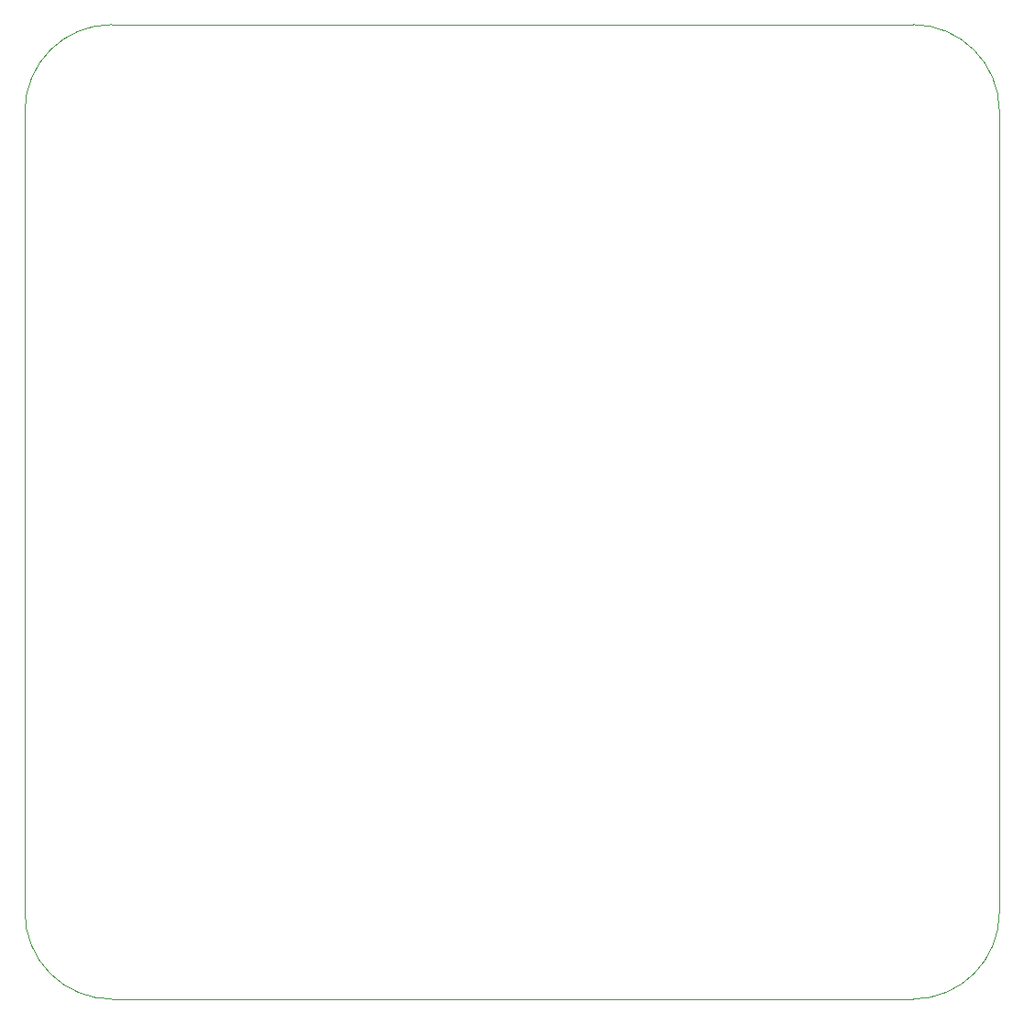
<source format=gbr>
%TF.GenerationSoftware,KiCad,Pcbnew,7.0.5*%
%TF.CreationDate,2024-05-26T12:31:29+03:00*%
%TF.ProjectId,LoRa_MuPr-VAF4751,4c6f5261-5f4d-4755-9072-2d5641463437,rev?*%
%TF.SameCoordinates,Original*%
%TF.FileFunction,Profile,NP*%
%FSLAX46Y46*%
G04 Gerber Fmt 4.6, Leading zero omitted, Abs format (unit mm)*
G04 Created by KiCad (PCBNEW 7.0.5) date 2024-05-26 12:31:29*
%MOMM*%
%LPD*%
G01*
G04 APERTURE LIST*
%TA.AperFunction,Profile*%
%ADD10C,0.100000*%
%TD*%
G04 APERTURE END LIST*
D10*
X92000000Y-59000000D02*
X92000000Y-133000000D01*
X182000000Y-133000000D02*
X182000000Y-59000000D01*
X100000000Y-141000000D02*
X174000000Y-141000000D01*
X92000000Y-133000000D02*
G75*
G03*
X100000000Y-141000000I8000000J0D01*
G01*
X100000000Y-51000000D02*
G75*
G03*
X92000000Y-59000000I0J-8000000D01*
G01*
X174000000Y-51000000D02*
X100000000Y-51000000D01*
X174000000Y-141000000D02*
G75*
G03*
X182000000Y-133000000I0J8000000D01*
G01*
X182000000Y-59000000D02*
G75*
G03*
X174000000Y-51000000I-8000000J0D01*
G01*
M02*

</source>
